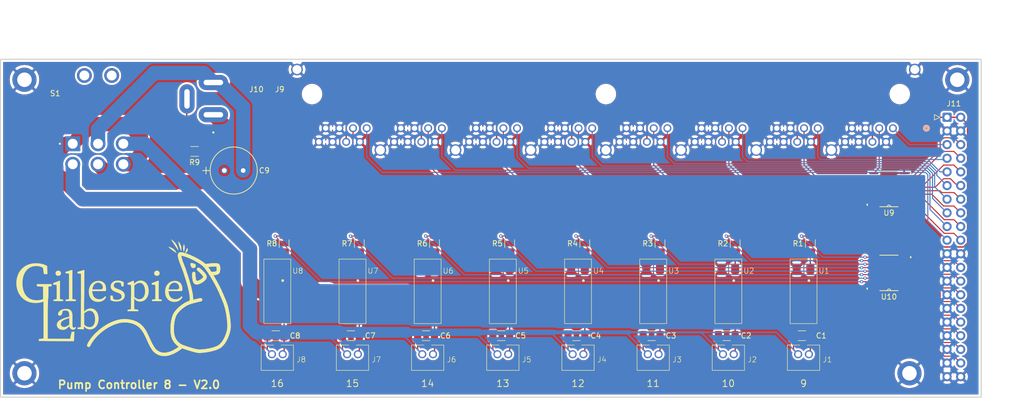
<source format=kicad_pcb>
(kicad_pcb (version 20240108) (generator "pcbnew") (generator_version "8.0")
  (layers (0 "F.Cu" signal) (31 "B.Cu" signal) (34 "B.Paste" user) (35 "F.Paste" user) (36 "B.SilkS" user "B.Silkscreen") (37 "F.SilkS" user "F.Silkscreen") (38 "B.Mask" user) (39 "F.Mask" user) (44 "Edge.Cuts" user))
  (net 0 "")
  (net 1 "Net-(J1-Gnd)")
  (net 2 "Net-(J1-V+)")
  (net 3 "Net-(J2-V+)")
  (net 4 "Net-(J3-V+)")
  (net 5 "Net-(J4-V+)")
  (net 6 "Net-(J5-V+)")
  (net 7 "Net-(J6-V+)")
  (net 8 "Net-(J7-V+)")
  (net 9 "Net-(J8-V+)")
  (net 10 "GNDS")
  (net 11 "/In2")
  (net 12 "/In3")
  (net 13 "/B1")
  (net 14 "/In7")
  (net 15 "+5V")
  (net 16 "/B8")
  (net 17 "/B6")
  (net 18 "/In4")
  (net 19 "/B3")
  (net 20 "/B4")
  (net 21 "/In5")
  (net 22 "/B2")
  (net 23 "/B5")
  (net 24 "/B7")
  (net 25 "/In6")
  (net 26 "/In1")
  (net 27 "/In8")
  (net 28 "/Out6")
  (net 29 "/Out11")
  (net 30 "/Out14")
  (net 31 "/Out16")
  (net 32 "/Out15")
  (net 33 "/Out9")
  (net 34 "/Out12")
  (net 35 "/Out10")
  (net 36 "/Out2")
  (net 37 "/Out3")
  (net 38 "/Out4")
  (net 39 "/Out8")
  (net 40 "/Out1")
  (net 41 "/Out13")
  (net 42 "/Out7")
  (net 43 "/Out5")
  (net 44 "/B9")
  (net 45 "/B10")
  (net 46 "/B11")
  (net 47 "/B12")
  (net 48 "/B13")
  (net 49 "/B14")
  (net 50 "/B15")
  (net 51 "/B16")
  (net 52 "Net-(J10-PadB)")
  (net 53 "Net-(R1-Pad2)")
  (net 54 "Net-(R2-Pad2)")
  (net 55 "Net-(R3-Pad2)")
  (net 56 "Net-(R4-Pad2)")
  (net 57 "Net-(R5-Pad2)")
  (net 58 "Net-(R6-Pad2)")
  (net 59 "Net-(R7-Pad2)")
  (net 60 "Net-(R8-Pad2)")
  (net 61 "Net-(C9-Pad1)")
  (net 62 "Net-(C9-Pad2)")
  (net 63 "Net-(S1-Pad1)")
  (footprint "Uploaded:JST-PH 2-Pin Vertical" (layer "F.Cu") (at 142.875 112.395)
    (property "Reference" "J7")
    (property "Value" "JST-PH 2-Pin Socket" (hide yes))
  )
  (footprint "Capacitor_SMD:C_1206_3216Metric_Pad1.33x1.80mm_HandSolder" (layer "F.Cu") (at 226.4025 107.95 180)
    (property "Reference" "C1")
    (property "Value" "0.1uF" (hide yes))
  )
  (footprint "Resistor_SMD:R_1206_3216Metric" (layer "F.Cu") (at 113.538 73.66)
    (property "Reference" "R9")
    (property "Value" "10k" (hide yes))
  )
  (footprint "Uploaded:AQY211EHAX" (layer "F.Cu") (at 184.785 99.695 -90)
    (property "Reference" "U4")
    (property "Value" "AQY211EHAX" (hide yes))
  )
  (footprint "MountingHole:MountingHole_2.7mm_M2.5_ISO7380_Pad" (layer "F.Cu") (at 81.915 60.325)
    (property "Reference" "H4" (hide yes))
    (property "Value" "MountingHole_Pad" (hide yes))
  )
  (footprint "Resistor_SMD:R_1206_3216Metric" (layer "F.Cu") (at 130.175 90.805 -90)
    (property "Reference" "R8")
    (property "Value" "1k" (hide yes))
  )
  (footprint "Uploaded:ECU_Header_Pins" (layer "F.Cu") (at 254.555 91.555 -90)
    (property "Reference" "J11")
    (property "Value" "~")
  )
  (footprint "Capacitor_SMD:C_1206_3216Metric_Pad1.33x1.80mm_HandSolder" (layer "F.Cu") (at 170.5225 107.95 180)
    (property "Reference" "C5")
    (property "Value" "0.1uF" (hide yes))
  )
  (footprint "Capacitor_SMD:C_1206_3216Metric_Pad1.33x1.80mm_HandSolder" (layer "F.Cu") (at 142.5825 107.95 180)
    (property "Reference" "C7")
    (property "Value" "0.1uF" (hide yes))
  )
  (footprint "MountingHole:MountingHole_2.7mm_M2.5_ISO7380_Pad" (layer "F.Cu") (at 255.27 60.325)
    (property "Reference" "H1" (hide yes))
    (property "Value" "MountingHole_Pad" (hide yes))
  )
  (footprint "Uploaded:JST-PH 2-Pin Vertical" (layer "F.Cu") (at 170.815 112.395)
    (property "Reference" "J5")
    (property "Value" "JST-PH 2-Pin Socket" (hide yes))
  )
  (footprint "Capacitor_SMD:C_1206_3216Metric_Pad1.33x1.80mm_HandSolder" (layer "F.Cu") (at 184.4925 107.95 180)
    (property "Reference" "C4")
    (property "Value" "0.1uF" (hide yes))
  )
  (footprint "Resistor_SMD:R_1206_3216Metric" (layer "F.Cu") (at 186.055 90.805 -90)
    (property "Reference" "R4")
    (property "Value" "1k" (hide yes))
  )
  (footprint "Uploaded:JST-PH 2-Pin Vertical" (layer "F.Cu") (at 128.905 112.395)
    (property "Reference" "J8")
    (property "Value" "JST-PH 2-Pin Socket" (hide yes))
  )
  (footprint "Uploaded:JST-PH 2-Pin Vertical" (layer "F.Cu") (at 198.755 112.395)
    (property "Reference" "J3")
    (property "Value" "JST-PH 2-Pin Socket" (hide yes))
  )
  (footprint "Uploaded:AQY211EHAX" (layer "F.Cu") (at 198.755 99.695 -90)
    (property "Reference" "U3")
    (property "Value" "AQY211EHAX" (hide yes))
  )
  (footprint "Capacitor_SMD:C_1206_3216Metric_Pad1.33x1.80mm_HandSolder" (layer "F.Cu") (at 156.5525 107.95 180)
    (property "Reference" "C6")
    (property "Value" "0.1uF" (hide yes))
  )
  (footprint "Uploaded:AQY211EHAX" (layer "F.Cu") (at 128.905 99.695 -90)
    (property "Reference" "U8")
    (property "Value" "AQY211EHAX" (hide yes))
  )
  (footprint "Uploaded:CAP_YX_8X11P5_RUB" (layer "F.Cu") (at 119.05875 77.216)
    (property "Reference" "C9")
    (property "Value" "50ZLH100MEFC8X11.5" (hide yes))
  )
  (footprint "Uploaded:JST-PH 2-Pin Vertical" (layer "F.Cu") (at 212.725 112.395)
    (property "Reference" "J2")
    (property "Value" "JST-PH 2-Pin Socket" (hide yes))
  )
  (footprint "Resistor_SMD:R_1206_3216Metric" (layer "F.Cu") (at 172.085 90.805 -90)
    (property "Reference" "R5")
    (property "Value" "1k" (hide yes))
  )
  (footprint "Uploaded:JST-PH 2-Pin Vertical" (layer "F.Cu") (at 156.845 112.395)
    (property "Reference" "J6")
    (property "Value" "JST-PH 2-Pin Socket" (hide yes))
  )
  (footprint "Uploaded:163179PHEX" (layer "F.Cu") (at 115.655 61.685 -90)
    (property "Reference" "J10")
    (property "Value" "163-179PH-EX" (hide yes))
  )
  (footprint "MountingHole:MountingHole_2.7mm_M2.5_ISO7380_Pad" (layer "F.Cu") (at 81.915 114.935)
    (property "Reference" "H3" (hide yes))
    (property "Value" "MountingHole_Pad" (hide yes))
  )
  (footprint "Uploaded:AQY211EHAX" (layer "F.Cu") (at 212.725 99.695 -90)
    (property "Reference" "U2")
    (property "Value" "AQY211EHAX" (hide yes))
  )
  (footprint "Capacitor_SMD:C_1206_3216Metric_Pad1.33x1.80mm_HandSolder" (layer "F.Cu") (at 198.4625 107.95 180)
    (property "Reference" "C3")
    (property "Value" "0.1uF" (hide yes))
  )
  (footprint "Resistor_SMD:R_1206_3216Metric" (layer "F.Cu") (at 144.145 90.805 -90)
    (property "Reference" "R7")
    (property "Value" "1k" (hide yes))
  )
  (footprint "MountingHole:MountingHole_2.7mm_M2.5_ISO7380_Pad" (layer "F.Cu") (at 246.38 114.935)
    (property "Reference" "H2" (hide yes))
    (property "Value" "MountingHole_Pad" (hide yes))
  )
  (footprint "Uploaded:AQY211EHAX" (layer "F.Cu") (at 170.815 99.695 -90)
    (property "Reference" "U5")
    (property "Value" "AQY211EHAX" (hide yes))
  )
  (footprint "Uploaded:SW_100DP1T2B4M6QE" (layer "F.Cu") (at 95.5875 74.13625)
    (property "Reference" "S1")
    (property "Value" "100DP1T2B4M6QE" (hide yes))
  )
  (footprint "Uploaded:AQY211EHAX" (layer "F.Cu") (at 226.695 99.695 -90)
    (property "Reference" "U1")
    (property "Value" "AQY211EHAX" (hide yes))
  )
  (footprint "Resistor_SMD:R_1206_3216Metric" (layer "F.Cu") (at 213.995 90.805 -90)
    (property "Reference" "R2")
    (property "Value" "1k" (hide yes))
  )
  (footprint "Uploaded:SN74ABT541BPW" (layer "F.Cu") (at 242.57 96.266 180)
    (property "Reference" "U10")
    (property "Value" "SN74ABT541BPW" (hide yes))
  )
  (footprint "Logos:GL_Logo_1" (layer "F.Cu") (at 99.166979 100.965)
    (property "Reference" "REF**" (hide yes))
    (property "Value" "GL_Logo_1" (hide yes))
  )
  (footprint "Uploaded:AQY211EHAX" (layer "F.Cu") (at 156.845 99.695 -90)
    (property "Reference" "U6")
    (property "Value" "AQY211EHAX" (hide yes))
  )
  (footprint "Uploaded:AQY211EHAX" (layer "F.Cu") (at 142.875 99.695 -90)
    (property "Reference" "U7")
    (property "Value" "AQY211EHAX" (hide yes))
  )
  (footprint "Uploaded:JST-PH 2-Pin Vertical" (layer "F.Cu") (at 226.695 112.395)
    (property "Reference" "J1")
    (property "Value" "JST-PH 2-Pin Socket" (hide yes))
  )
  (footprint "Capacitor_SMD:C_1206_3216Metric_Pad1.33x1.80mm_HandSolder" (layer "F.Cu") (at 212.4325 107.95 180)
    (property "Reference" "C2")
    (property "Value" "0.1uF" (hide yes))
  )
  (footprint "Uploaded:JST-PH 2-Pin Vertical" (layer "F.Cu") (at 184.785 112.395)
    (property "Reference" "J4")
    (property "Value" "JST-PH 2-Pin Socket" (hide yes))
  )
  (footprint "Resistor_SMD:R_1206_3216Metric" (layer "F.Cu") (at 158.115 90.805 -90)
    (property "Reference" "R6")
    (property "Value" "1k" (hide yes))
  )
  (footprint "Capacitor_SMD:C_1206_3216Metric_Pad1.33x1.80mm_HandSolder" (layer "F.Cu") (at 128.6125 107.95 180)
    (property "Reference" "C8")
    (property "Value" "0.1uF" (hide yes))
  )
  (footprint "Resistor_SMD:R_1206_3216Metric" (layer "F.Cu") (at 227.965 90.805 -90)
    (property "Reference" "R1")
    (property "Value" "1k" (hide yes))
  )
  (footprint "Uploaded:SN74ABT541BPW" (layer "F.Cu") (at 242.57 80.645 180)
    (property "Reference" "U9")
    (property "Value" "SN74ABT541BPW" (hide yes))
  )
  (footprint "Uploaded:CONN_43223-8182_MOL" (layer "F.Cu") (at 243.3066 69.342 180)
    (property "Reference" "J9")
    (property "Value" "~" (hide yes))
  )
  (footprint "Resistor_SMD:R_1206_3216Metric" (layer "F.Cu") (at 200.025 90.805 -90)
    (property "Reference" "R3")
    (property "Value" "1k" (hide yes))
  )
  (gr_rect (start 77.47 56.515) (end 259.715 119.38) (stroke (width 0.2)) (fill none) (layer "Edge.Cuts"))
  (gr_text "9" (at 226.695 116.84 0) (layer "F.SilkS") (effects (font (size 1.27 1.27) (thickness 0.1524))))
  (gr_text "13" (at 170.815 116.84 0) (layer "F.SilkS") (effects (font (size 1.27 1.27) (thickness 0.1524))))
  (gr_text "10" (at 212.725 116.84 0) (layer "F.SilkS") (effects (font (size 1.27 1.27) (thickness 0.1524))))
  (gr_text "14" (at 156.845 116.84 0) (layer "F.SilkS") (effects (font (size 1.27 1.27) (thickness 0.1524))))
  (gr_text "12" (at 184.785 116.84 0) (layer "F.SilkS") (effects (font (size 1.27 1.27) (thickness 0.1524))))
  (gr_text "11" (at 198.755 116.84 0) (layer "F.SilkS") (effects (font (size 1.27 1.27) (thickness 0.1524))))
  (gr_text "15" (at 142.875 116.84 0) (layer "F.SilkS") (effects (font (size 1.27 1.27) (thickness 0.1524))))
  (gr_text "16" (at 128.905 116.84 0) (layer "F.SilkS") (effects (font (size 1.27 1.27) (thickness 0.1524))))
  (gr_text_box "Pump Controller 8 - V2.0" (start 77.47 115.062) (end 128.905 119.38) (layer "F.SilkS") (effects (font (size 1.5 1.5) (thickness 0.3) (bold yes)) (justify top)) (border no))
  (segment (start 210.87 110.54) (end 211.725 111.395) (width 0.254) (layer "F.Cu") (net 1))
  (segment (start 182.93 107.95) (end 182.93 110.54) (width 0.254) (layer "F.Cu") (net 1))
  (segment (start 127.05 107.95) (end 127.05 110.54) (width 0.254) (layer "F.Cu") (net 1))
  (segment (start 224.84 110.54) (end 225.695 111.395) (width 0.254) (layer "F.Cu") (net 1))
  (segment (start 141.02 110.54) (end 141.875 111.395) (width 0.254) (layer "F.Cu") (net 1))
  (segment (start 196.9 107.95) (end 196.9 110.54) (width 0.254) (layer "F.Cu") (net 1))
  (segment (start 154.99 110.54) (end 155.845 111.395) (width 0.254) (layer "F.Cu") (net 1))
  (segment (start 210.87 107.95) (end 210.87 110.54) (width 0.254) (layer "F.Cu") (net 1))
  (segment (start 182.93 110.54) (end 183.785 111.395) (width 0.254) (layer "F.Cu") (net 1))
  (segment (start 154.99 107.95) (end 154.99 110.54) (width 0.254) (layer "F.Cu") (net 1))
  (segment (start 141.02 107.95) (end 141.02 110.54) (width 0.254) (layer "F.Cu") (net 1))
  (segment (start 127.05 110.54) (end 127.905 111.395) (width 0.254) (layer "F.Cu") (net 1))
  (segment (start 168.96 110.54) (end 169.815 111.395) (width 0.254) (layer "F.Cu") (net 1))
  (segment (start 196.9 110.54) (end 197.755 111.395) (width 0.254) (layer "F.Cu") (net 1))
  (segment (start 224.84 107.95) (end 224.84 110.54) (width 0.254) (layer "F.Cu") (net 1))
  (segment (start 168.96 107.95) (end 168.96 110.54) (width 0.254) (layer "F.Cu") (net 1))
  (segment (start 114.554 82.55) (end 123.825 91.821) (width 2.667) (layer "B.Cu") (net 1))
  (segment (start 211.725 111.395) (end 207.645 107.315) (width 0.254) (layer "B.Cu") (net 1))
  (segment (start 194.31 107.315) (end 180.34 107.315) (width 0.762) (layer "B.Cu") (net 1))
  (segment (start 221.615 107.315) (end 225.695 111.395) (width 0.254) (layer "B.Cu") (net 1))
  (segment (start 166.37 107.315) (end 153.035 107.315) (width 1.397) (layer "B.Cu") (net 1))
  (segment (start 180.34 107.315) (end 166.37 107.315) (width 1.016) (layer "B.Cu") (net 1))
  (segment (start 104.23525 72.23125) (end 100.2875 72.23125) (width 2.667) (layer "B.Cu") (net 1))
  (segment (start 141.875 111.395) (end 137.795 107.315) (width 0.254) (layer "B.Cu") (net 1))
  (segment (start 155.845 111.395) (end 151.765 107.315) (width 0.254) (layer "B.Cu") (net 1))
  (segment (start 194.31 107.315) (end 208.28 107.315) (width 0.381) (layer "B.Cu") (net 1))
  (segment (start 90.8875 76.04125) (end 90.8875 80.7275) (width 2.667) (layer "B.Cu") (net 1))
  (segment (start 114.43775 82.55) (end 114.43775 82.43375) (width 2.667) (layer "B.Cu") (net 1))
  (segment (start 139.7 107.315) (end 140.335 107.315) (width 1.778) (layer "B.Cu") (net 1))
  (segment (start 123.825 106.045) (end 125.095 107.315) (width 2.667) (layer "B.Cu") (net 1))
  (segment (start 125.095 107.315) (end 140.335 107.315) (width 2.667) (layer "B.Cu") (net 1))
  (segment (start 90.8875 80.7275) (end 92.71 82.55) (width 2.667) (layer "B.Cu") (net 1))
  (segment (start 197.755 111.395) (end 193.675 107.315) (width 0.254) (layer "B.Cu") (net 1))
  (segment (start 153.035 107.315) (end 139.7 107.315) (width 2.032) (layer "B.Cu") (net 1))
  (segment (start 127.905 111.395) (end 125.095 108.585) (width 0.254) (layer "B.Cu") (net 1))
  (segment (start 114.43775 82.43375) (end 104.23525 72.23125) (width 2.667) (layer "B.Cu") (net 1))
  (segment (start 123.825 91.821) (end 123.825 106.045) (width 2.667) (layer "B.Cu") (net 1))
  (segment (start 92.71 82.55) (end 114.43775 82.55) (width 2.667) (layer "B.Cu") (net 1))
  (segment (start 169.815 111.395) (end 165.735 107.315) (width 0.254) (layer "B.Cu") (net 1))
  (segment (start 183.785 111.395) (end 179.705 107.315) (width 0.254) (layer "B.Cu") (net 1))
  (segment (start 208.28 107.315) (end 221.615 107.315) (width 0.254) (layer "B.Cu") (net 1))
  (segment (start 227.965 107.95) (end 227.965 103.845) (width 0.254) (layer "F.Cu") (net 2))
  (segment (start 227.965 111.125) (end 227.965 107.95) (width 0.254) (layer "F.Cu") (net 2))
  (segment (start 213.995 103.845) (end 213.995 111.125) (width 0.254) (layer "F.Cu") (net 3))
  (segment (start 200.025 103.845) (end 200.025 111.125) (width 0.254) (layer "F.Cu") (net 4))
  (segment (start 186.055 103.845) (end 186.055 111.125) (width 0.254) (layer "F.Cu") (net 5))
  (segment (start 172.085 103.845) (end 172.085 111.125) (width 0.254) (layer "F.Cu") (net 6))
  (segment (start 158.115 103.845) (end 158.115 111.125) (width 0.254) (layer "F.Cu") (net 7))
  (segment (start 144.145 103.845) (end 144.145 111.125) (width 0.254) (layer "F.Cu") (net 8))
  (segment (start 130.175 103.845) (end 130.175 111.125) (width 0.254) (layer "F.Cu") (net 9))
  (segment (start 229.3366 74.6506) (end 229.3366 69.342) (width 0.2) (layer "B.Cu") (net 11))
  (segment (start 229.851 75.165) (end 229.3366 74.6506) (width 0.2) (layer "B.Cu") (net 11))
  (segment (start 253.13 75.165) (end 229.851 75.165) (width 0.2) (layer "B.Cu") (net 11))
  (segment (start 250.19 75.565) (end 216.281 75.565) (width 0.2) (layer "B.Cu") (net 12))
  (segment (start 216.281 75.565) (end 215.3666 74.6506) (width 0.2) (layer "B.Cu") (net 12))
  (segment (start 253.365 77.47) (end 252.095 77.47) (width 0.2) (layer "B.Cu") (net 12))
  (segment (start 215.3666 74.6506) (end 215.3666 69.342) (width 0.2) (layer "B.Cu") (net 12))
  (segment (start 252.095 77.47) (end 250.19 75.565) (width 0.2) (layer "B.Cu") (net 12))
  (segment (start 240.7666 76.704) (end 240.7666 69.342) (width 0.2) (layer "F.Cu") (net 13))
  (segment (start 239.7506 77.72) (end 240.7666 76.704) (width 0.2) (layer "F.Cu") (net 13))
  (segment (start 162.001 77.165) (end 159.4866 74.6506) (width 0.2) (layer "B.Cu") (net 14))
  (segment (start 249.527256 77.165) (end 162.001 77.165) (width 0.2) (layer "B.Cu") (net 14))
  (segment (start 253.365 87.63) (end 250.19 84.455) (width 0.2) (layer "B.Cu") (net 14))
  (segment (start 250.19 77.827744) (end 249.527256 77.165) (width 0.2) (layer "B.Cu") (net 14))
  (segment (start 159.4866 74.6506) (end 159.4866 69.342) (width 0.2) (layer "B.Cu") (net 14))
  (segment (start 250.19 84.455) (end 250.19 77.827744) (width 0.2) (layer "B.Cu") (net 14))
  (segment (start 212.725 67.31) (end 198.755 67.31) (width 0.254) (layer "F.Cu") (net 15))
  (segment (start 198.755 67.31) (end 184.785 67.31) (width 0.254) (layer "F.Cu") (net 15))
  (segment (start 155.6766 71.882) (end 155.6766 68.4784) (width 0.254) (layer "F.Cu") (net 15))
  (segment (start 255.905 67.31) (end 257.175 68.58) (width 0.254) (layer "F.Cu") (net 15))
  (segment (start 155.6766 68.4784) (end 156.845 67.31) (width 0.254) (layer "F.Cu") (net 15))
  (segment (start 183.6166 71.882) (end 183.6166 68.4784) (width 0.254) (layer "F.Cu") (net 15))
  (segment (start 170.815 67.31) (end 156.845 67.31) (width 0.254) (layer "F.Cu") (net 15))
  (segment (start 169.6466 71.882) (end 169.6466 68.4784) (width 0.254) (layer "F.Cu") (net 15))
  (segment (start 197.5866 68.4784) (end 198.755 67.31) (width 0.254) (layer "F.Cu") (net 15))
  (segment (start 242.57 98.171) (end 241.550002 99.190998) (width 0.254) (layer "F.Cu") (net 15))
  (segment (start 239.4966 68.4784) (end 240.665 67.31) (width 0.254) (layer "F.Cu") (net 15))
  (segment (start 253.365 67.31) (end 240.665 67.31) (width 0.254) (layer "F.Cu") (net 15))
  (segment (start 241.550002 99.190998) (end 239.7506 99.190998) (width 0.254) (layer "F.Cu") (net 15))
  (segment (start 242.57 92.71) (end 242.57 98.171) (width 0.254) (layer "F.Cu") (net 15))
  (segment (start 225.5266 68.4784) (end 226.695 67.31) (width 0.254) (layer "F.Cu") (net 15))
  (segment (start 243.84 91.44) (end 242.57 90.17) (width 0.254) (layer "F.Cu") (net 15))
  (segment (start 211.5566 68.4784) (end 212.725 67.31) (width 0.254) (layer "F.Cu") (net 15))
  (segment (start 242.57 90.17) (end 242.57 84.589996) (width 0.254) (layer "F.Cu") (net 15))
  (segment (start 257.175 90.678) (end 256.413 91.44) (width 0.254) (layer "F.Cu") (net 15))
  (segment (start 241.550002 83.569998) (end 239.7506 83.569998) (width 0.254) (layer "F.Cu") (net 15))
  (segment (start 242.57 84.589996) (end 241.550002 83.569998) (width 0.254) (layer "F.Cu") (net 15))
  (segment (start 255.905 67.31) (end 253.365 67.31) (width 0.254) (layer "F.Cu") (net 15))
  (segment (start 169.6466 68.4784) (end 170.815 67.31) (width 0.254) (layer "F.Cu") (net 15))
  (segment (start 226.695 67.31) (end 212.725 67.31) (width 0.254) (layer "F.Cu") (net 15))
  (segment (start 256.413 91.44) (end 243.84 91.44) (width 0.254) (layer "F.Cu") (net 15))
  (segment (start 141.7066 68.4784) (end 141.7066 71.882) (width 0.254) (layer "F.Cu") (net 15))
  (segment (start 156.845 67.31) (end 142.875 67.31) (width 0.254) (layer "F.Cu") (net 15))
  (segment (start 183.6166 68.4784) (end 184.785 67.31) (width 0.254) (layer "F.Cu") (net 15))
  (segment (start 142.875 67.31) (end 141.7066 68.4784) (width 0.254) (layer "F.Cu") (net 15))
  (segment (start 184.785 67.31) (end 170.815 67.31) (width 0.254) (layer "F.Cu") (net 15))
  (segment (start 240.665 67.31) (end 226.695 67.31) (width 0.254) (layer "F.Cu") (net 15))
  (segment (start 225.5266 71.882) (end 225.5266 68.4784) (width 0.254) (layer "F.Cu") (net 15))
  (segment (start 239.4966 71.882) (end 239.4966 68.4784) (width 0.254) (layer "F.Cu") (net 15))
  (segment (start 257.175 68.58) (end 257.175 90.678) (width 0.254) (layer "F.Cu") (net 15))
  (segment (start 197.5866 71.882) (end 197.5866 68.4784) (width 0.254) (layer "F.Cu") (net 15))
  (segment (start 211.5566 71.882) (end 211.5566 68.4784) (width 0.254) (layer "F.Cu") (net 15))
  (segment (start 243.84 91.44) (end 242.57 92.71) (width 0.254) (layer "F.Cu") (net 15))
  (segment (start 149.071998 82.269998) (end 142.9766 76.1746) (width 0.2) (layer "F.Cu") (net 16))
  (segment (start 142.9766 76.1746) (end 142.9766 69.342) (width 0.2) (layer "F.Cu") (net 16))
  (segment (start 239.7506 82.269998) (end 149.071998 82.269998) (width 0.2) (layer "F.Cu") (net 16))
  (segment (start 170.9166 76.1746) (end 170.9166 69.342) (width 0.2) (layer "F.Cu") (net 17))
  (segment (start 239.7506 80.969998) (end 175.711998 80.969998) (width 0.2) (layer "F.Cu") (net 17))
  (segment (start 175.711998 80.969998) (end 170.9166 76.1746) (width 0.2) (layer "F.Cu") (net 17))
  (segment (start 253.365 80.01) (end 251.46 78.105) (width 0.2) (layer "B.Cu") (net 18))
  (segment (start 251.46 78.105) (end 251.46 77.400686) (width 0.2) (layer "B.Cu") (net 18))
  (segment (start 202.711 75.965) (end 201.3966 74.6506) (width 0.2) (layer "B.Cu") (net 18))
  (segment (start 251.46 77.400686) (end 250.024314 75.965) (width 0.2) (layer "B.Cu") (net 18))
  (segment (start 201.3966 74.6506) (end 201.3966 69.342) (width 0.2) (layer "B.Cu") (net 18))
  (segment (start 250.024314 75.965) (end 202.711 75.965) (width 0.2) (layer "B.Cu") (net 18))
  (segment (start 212.8266 76.1746) (end 212.8266 69.342) (width 0.2) (layer "F.Cu") (net 19))
  (segment (start 215.671999 79.019999) (end 212.8266 76.1746) (width 0.2) (layer "F.Cu") (net 19))
  (segment (start 239.7506 79.019999) (end 215.671999 79.019999) (width 0.2) (layer "F.Cu") (net 19))
  (segment (start 239.7506 79.669998) (end 202.351998 79.669998) (width 0.2) (layer "F.Cu") (net 20))
  (segment (start 198.8566 76.1746) (end 198.8566 69.342) (width 0.2) (layer "F.Cu") (net 20))
  (segment (start 202.351998 79.669998) (end 198.8566 76.1746) (width 0.2) (layer "F.Cu") (net 20))
  (segment (start 187.4266 74.617974) (end 187.4266 69.342) (width 0.2) (layer "B.Cu") (net 21))
  (segment (start 251.06 77.566372) (end 249.858628 76.365) (width 0.2) (layer "B.Cu") (net 21))
  (segment (start 251.06 80.245) (end 251.06 77.566372) (width 0.2) (layer "B.Cu") (net 21))
  (segment (start 249.858628 76.365) (end 189.173626 76.365) (width 0.2) (layer "B.Cu") (net 21))
  (segment (start 253.365 82.55) (end 251.06 80.245) (width 0.2) (layer "B.Cu") (net 21))
  (segment (start 189.173626 76.365) (end 187.4266 74.617974) (width 0.2) (layer "B.Cu") (net 21))
  (segment (start 228.991998 78.369998) (end 226.7966 76.1746) (width 0.2) (layer "F.Cu") (net 22))
  (segment (start 239.7506 78.369998) (end 228.991998 78.369998) (width 0.2) (layer "F.Cu") (net 22))
  (segment (start 226.7966 76.1746) (end 226.7966 69.342) (width 0.2) (layer "F.Cu") (net 22))
  (segment (start 239.7506 80.319999) (end 189.031999 80.319999) (width 0.2) (layer "F.Cu") (net 23))
  (segment (start 184.8866 76.1746) (end 184.8866 69.342) (width 0.2) (layer "F.Cu") (net 23))
  (segment (start 189.031999 80.319999) (end 184.8866 76.1746) (width 0.2) (layer "F.Cu") (net 23))
  (segment (start 156.9466 76.1746) (end 156.9466 69.342) (width 0.2) (layer "F.Cu") (net 24))
  (segment (start 239.7506 81.619999) (end 162.391999 81.619999) (width 0.2) (layer "F.Cu") (net 24))
  (segment (start 162.391999 81.619999) (end 156.9466 76.1746) (width 0.2) (layer "F.Cu") (net 24))
  (segment (start 253.365 85.09) (end 250.66 82.385) (width 0.2) (layer "B.Cu") (net 25))
  (segment (start 250.66 82.385) (end 250.66 77.732058) (width 0.2) (layer "B.Cu") (net 25))
  (segment (start 250.66 77.732058) (end 249.692942 76.765) (width 0.2) (layer "B.Cu") (net 25))
  (segment (start 175.571 76.765) (end 173.4566 74.6506) (width 0.2) (layer "B.Cu") (net 25))
  (segment (start 249.692942 76.765) (end 175.571 76.765) (width 0.2) (layer "B.Cu") (net 25))
  (segment (start 173.4566 74.6506) (end 173.4566 69.342) (width 0.2) (layer "B.Cu") (net 25))
  (segment (start 246.3546 72.39) (end 243.3066 69.342) (width 0.2) (layer "B.Cu") (net 26))
  (segment (start 253.365 72.39) (end 246.3546 72.39) (width 0.2) (layer "B.Cu") (net 26))
  (segment (start 148.431 77.565) (end 145.5166 74.6506) (width 0.2) (layer "B.Cu") (net 27))
  (segment (start 249.36157 77.565) (end 148.431 77.565) (width 0.2) (layer "B.Cu") (net 27))
  (segment (start 145.5166 74.6506) (end 145.5166 69.342) (width 0.2) (layer "B.Cu") (net 27))
  (segment (start 249.79 86.595) (end 249.79 77.99343) (width 0.2) (layer "B.Cu") (net 27))
  (segment (start 253.365 90.17) (end 249.79 86.595) (width 0.2) (layer "B.Cu") (net 27))
  (segment (start 249.79 77.99343) (end 249.36157 77.565) (width 0.2) (layer "B.Cu") (net 27))
  (segment (start 250.529999 81.619999) (end 245.3894 81.619999) (width 0.2) (layer "F.Cu") (net 28))
  (segment (start 252.73 83.82) (end 250.529999 81.619999) (width 0.2) (layer "F.Cu") (net 28))
  (segment (start 254.635 83.82) (end 252.73 83.82) (width 0.2) (layer "F.Cu") (net 28))
  (segment (start 255.905 85.09) (end 254.635 83.82) (width 0.2) (layer "F.Cu") (net 28))
  (segment (start 252.71 99.06) (end 248.941001 95.291001) (width 0.2) (layer "F.Cu") (net 29))
  (segment (start 248.941001 95.291001) (end 245.3894 95.291001) (width 0.2) (layer "F.Cu") (net 29))
  (segment (start 255.905 100.33) (end 254.635 99.06) (width 0.2) (layer "F.Cu") (net 29))
  (segment (start 254.635 99.06) (end 252.71 99.06) (width 0.2) (layer "F.Cu") (net 29))
  (segment (start 250.825 99.125) (end 248.940999 97.240999) (width 0.2) (layer "F.Cu") (net 30))
  (segment (start 250.825 104.775) (end 250.825 99.125) (width 0.2) (layer "F.Cu") (net 30))
  (segment (start 255.905 107.95) (end 254.635 106.68) (width 0.2) (layer "F.Cu") (net 30))
  (segment (start 252.73 106.68) (end 250.825 104.775) (width 0.2) (layer "F.Cu") (net 30))
  (segment (start 254.635 106.68) (end 252.73 106.68) (width 0.2) (layer "F.Cu") (net 30))
  (segment (start 248.940999 97.240999) (end 245.3894 97.240999) (width 0.2) (layer "F.Cu") (net 30))
  (segment (start 248.940399 98.540999) (end 245.3894 98.540999) (width 0.2) (layer "F.Cu") (net 31))
  (segment (start 255.905 113.03) (end 254.635 111.76) (width 0.2) (layer "F.Cu") (net 31))
  (segment (start 254.635 111.76) (end 252.869327 111.76) (width 0.2) (layer "F.Cu") (net 31))
  (segment (start 252.869327 111.76) (end 249.555 108.445673) (width 0.2) (layer "F.Cu") (net 31))
  (segment (start 249.555 108.445673) (end 249.555 99.1556) (width 0.2) (layer "F.Cu") (net 31))
  (segment (start 249.555 99.1556) (end 248.940399 98.540999) (width 0.2) (layer "F.Cu") (net 31))
  (segment (start 255.905 110.49) (end 254.635 109.22) (width 0.2) (layer "F.Cu") (net 32))
  (segment (start 254.635 109.22) (end 252.73 109.22) (width 0.2) (layer "F.Cu") (net 32))
  (segment (start 248.941001 97.891001) (end 245.3894 97.891001) (width 0.2) (layer "F.Cu") (net 32))
  (segment (start 250.19 99.14) (end 248.941001 97.891001) (width 0.2) (layer "F.Cu") (net 32))
  (segment (start 250.19 106.68) (end 250.19 99.14) (width 0.2) (layer "F.Cu") (net 32))
  (segment (start 252.73 109.22) (end 250.19 106.68) (width 0.2) (layer "F.Cu") (net 32))
  (segment (start 255.905 95.25) (end 254.646001 93.991001) (width 0.2) (layer "F.Cu") (net 33))
  (segment (start 254.646001 93.991001) (end 245.3894 93.991001) (width 0.2) (layer "F.Cu") (net 33))
  (segment (start 252.095 99.095) (end 248.941002 95.941002) (width 0.2) (layer "F.Cu") (net 34))
  (segment (start 248.941002 95.941002) (end 245.3894 95.941002) (width 0.2) (layer "F.Cu") (net 34))
  (segment (start 255.905 102.87) (end 254.635 101.6) (width 0.2) (layer "F.Cu") (net 34))
  (segment (start 254.635 101.6) (end 252.73 101.6) (width 0.2) (layer "F.Cu") (net 34))
  (segment (start 252.73 101.6) (end 252.095 100.965) (width 0.2) (layer "F.Cu") (net 34))
  (segment (start 252.095 100.965) (end 252.095 99.095) (width 0.2) (layer "F.Cu") (net 34))
  (segment (start 248.941002 94.641002) (end 245.3894 94.641002) (width 0.2) (layer "F.Cu") (net 35))
  (segment (start 255.905 97.79) (end 254.635 96.52) (width 0.2) (layer "F.Cu") (net 35))
  (segment (start 254.635 96.52) (end 250.82 96.52) (width 0.2) (layer "F.Cu") (net 35))
  (segment (start 250.82 96.52) (end 248.941002 94.641002) (width 0.2) (layer "F.Cu") (net 35))
  (segment (start 254.635 73.66) (end 252.603 73.66) (width 0.2) (layer "F.Cu") (net 36))
  (segment (start 255.905 74.93) (end 254.635 73.66) (width 0.2) (layer "F.Cu") (net 36))
  (segment (start 247.242998 79.020002) (end 245.3894 79.020002) (width 0.2) (layer "F.Cu") (net 36))
  (segment (start 252.603 73.66) (end 247.242998 79.020002) (width 0.2) (layer "F.Cu") (net 36))
  (segment (start 252.73 76.2) (end 249.259999 79.670001) (width 0.2) (layer "F.Cu") (net 37))
  (segment (start 254.635 76.2) (end 252.73 76.2) (width 0.2) (layer "F.Cu") (net 37))
  (segment (start 255.905 77.47) (end 254.635 76.2) (width 0.2) (layer "F.Cu") (net 37))
  (segment (start 249.259999 79.670001) (end 245.3894 79.670001) (width 0.2) (layer "F.Cu") (net 37))
  (segment (start 254 78.74) (end 252.73 78.74) (width 0.2) (layer "F.Cu") (net 38))
  (segment (start 251.149998 80.320002) (end 245.3894 80.320002) (width 0.2) (layer "F.Cu") (net 38))
  (segment (start 255.27 80.01) (end 254 78.74) (width 0.2) (layer "F.Cu") (net 38))
  (segment (start 252.73 78.74) (end 251.149998 80.320002) (width 0.2) (layer "F.Cu") (net 38))
  (segment (start 255.905 90.17) (end 254.635 88.9) (width 0.2) (layer "F.Cu") (net 39))
  (segment (start 254.635 88.9) (end 252.857 88.9) (width 0.2) (layer "F.Cu") (net 39))
  (segment (start 252.857 88.9) (end 246.876999 82.919999) (width 0.2) (layer "F.Cu") (net 39))
  (segment (start 246.876999 82.919999) (end 245.3894 82.919999) (width 0.2) (layer "F.Cu") (net 39))
  (segment (start 255.905 72.39) (end 254.635 71.12) (width 0.2) (layer "F.Cu") (net 40))
  (segment (start 254.635 71.12) (end 252.73 71.12) (width 0.2) (layer "F.Cu") (net 40))
  (segment (start 252.095 73.279) (end 247.003999 78.370001) (width 0.2) (layer "F.Cu") (net 40))
  (segment (start 252.095 71.755) (end 252.095 73.279) (width 0.2) (layer "F.Cu") (net 40))
  (segment (start 252.73 71.12) (end 252.095 71.755) (width 0.2) (layer "F.Cu") (net 40))
  (segment (start 247.003999 78.370001) (end 245.3894 78.370001) (width 0.2) (layer "F.Cu") (net 40))
  (segment (start 248.941001 96.591001) (end 245.3894 96.591001) (width 0.2) (layer "F.Cu") (net 41))
  (segment (start 254.635 104.14) (end 252.73 104.14) (width 0.2) (layer "F.Cu") (net 41))
  (segment (start 251.46 102.87) (end 251.46 99.11) (width 0.2) (layer "F.Cu") (net 41))
  (segment (start 255.905 105.41) (end 254.635 104.14) (width 0.2) (layer "F.Cu") (net 41))
  (segment (start 252.73 104.14) (end 251.46 102.87) (width 0.2) (layer "F.Cu") (net 41))
  (segment (start 251.46 99.11) (end 248.941001 96.591001) (width 0.2) (layer "F.Cu") (net 41))
  (segment (start 255.905 87.63) (end 254.635 86.36) (width 0.2) (layer "F.Cu") (net 42))
  (segment (start 248.767001 82.270001) (end 245.3894 82.270001) (width 0.2) (layer "F.Cu") (net 42))
  (segment (start 252.857 86.36) (end 248.767001 82.270001) (width 0.2) (layer "F.Cu") (net 42))
  (segment (start 254.635 86.36) (end 252.857 86.36) (width 0.2) (layer "F.Cu") (net 42))
  (segment (start 252.391941 81.322941) (end 252.039001 80.970001) (width 0.2) (layer "F.Cu") (net 43))
  (segment (start 255.905 82.55) (end 254.677941 81.322941) (width 0.2) (layer "F.Cu") (net 43))
  (segment (start 254.677941 81.322941) (end 252.391941 81.322941) (width 0.2) (layer "F.Cu") (net 43))
  (segment (start 252.039001 80.970001) (end 245.3894 80.970001) (width 0.2) (layer "F.Cu") (net 43))
  (segment (start 239.7506 93.341) (end 238.125 93.341) (width 0.2) (layer "F.Cu") (net 44))
  (segment (start 226.314 89.408) (end 227.8995 89.408) (width 0.2) (layer "F.Cu") (net 44))
  (via (at 238.125 93.341) (size 0.6) (drill 0.3) (layers "F.Cu" "B.Cu") (net 44))
  (via (at 226.314 89.408) (size 0.6) (drill 0.3) (layers "F.Cu" "B.Cu") (net 44))
  (segment (start 238.125 93.341) (end 230.247 93.341) (width 0.2) (layer "B.Cu") (net 44))
  (segment (start 230.247 93.341) (end 226.314 89.408) (width 0.2) (layer "B.Cu") (net 44))
  (segment (start 239.7506 93.990998) (end 237.49 93.990998) (width 0.2) (layer "F.Cu") (net 45))
  (segment (start 212.344 89.408) (end 213.9295 89.408) (width 0.2) (layer "F.Cu") (net 45))
  (via (at 237.49 93.990998) (size 0.6) (drill 0.3) (layers "F.Cu" "B.Cu") (net 45))
  (via (at 212.344 89.408) (size 0.6) (drill 0.3) (layers "F.Cu" "B.Cu") (net 45))
  (segment (start 216.926998 93.990998) (end 212.344 89.408) (width 0.2) (layer "B.Cu") (net 45))
  (segment (start 237.49 93.990998) (end 216.926998 93.990998) (width 0.2) (layer "B.Cu") (net 45))
  (segment (start 239.7506 94.640999) (end 238.125 94.640999) (width 0.2) (layer "F.Cu") (net 46))
  (segment (start 198.374 89.408) (end 199.9595 89.408) (width 0.2) (layer "F.Cu") (net 46))
  (via (at 238.125 94.640999) (size 0.6) (drill 0.3) (layers "F.Cu" "B.Cu") (net 46))
  (via (at 198.374 89.408) (size 0.6) (drill 0.3) (layers "F.Cu" "B.Cu") (net 46))
  (segment (start 203.606999 94.640999) (end 198.374 89.408) (width 0.2) (layer "B.Cu") (net 46))
  (segment (start 238.125 94.640999) (end 203.606999 94.640999) (width 0.2) (layer "B.Cu") (net 46))
  (segment (start 239.7506 95.290998) (end 237.49 95.290998) (width 0.2) (layer "F.Cu") (net 47))
  (segment (start 184.404 89.408) (end 185.9895 89.408) (width 0.2) (layer "F.Cu") (net 47))
  (via (at 237.49 95.290998) (size 0.6) (drill 0.3) (layers "F.Cu" "B.Cu") (net 47))
  (via (at 184.404 89.408) (size 0.6) (drill 0.3) (layers "F.Cu" "B.Cu") (net 47))
  (segment (start 237.49 95.290998) (end 190.286998 95.290998) (width 0.2) (layer "B.Cu") (net 47))
  (segment (start 190.286998 95.290998) (end 184.404 89.408) (width 0.2) (layer "B.Cu") (net 47))
  (segment (start 170.434 89.408) (end 172.0195 89.408) (width 0.2) (layer "F.Cu") (net 48))
  (segment (start 239.7506 95.940999) (end 238.125 95.940999) (width 0.2) (layer "F.Cu") (net 48))
  (via (at 238.125 95.940999) (size 0.6) (drill 0.3) (layers "F.Cu" "B.Cu") (net 48))
  (via (at 170.434 89.408) (size 0.6) (drill 0.3) (layers "F.Cu" "B.Cu") (net 48))
  (segment (start 176.966999 95.940999) (end 170.434 89.408) (width 0.2) (layer "B.Cu") (net 48))
  (segment (start 238.125 95.940999) (end 176.966999 95.940999) (width 0.2) (layer "B.Cu") (net 48))
  (segment (start 239.7506 96.590998) (end 237.49 96.590998) (width 0.2) (layer "F.Cu") (net 49))
  (segment (start 156.464 89.408) (end 158.0495 89.408) (width 0.2) (layer "F.Cu") (net 49))
  (via (at 156.464 89.408) (size 0.6) (drill 0.3) (layers "F.Cu" "B.Cu") (net 49))
  (via (at 237.49 96.590998) (size 0.6) (drill 0.3) (layers "F.Cu" "B.Cu") (net 49))
  (segment (start 163.646998 96.590998) (end 156.464 89.408) (width 0.2) (layer "B.Cu") (net 49))
  (segment (start 237.49 96.590998) (end 163.646998 96.590998) (width 0.2) (layer "B.Cu") (net 49))
  (segment (start 239.7506 97.240999) (end 238.125 97.240999) (width 0.2) (layer "F.Cu") (net 50))
  (segment (start 142.494 89.408) (end 144.0795 89.408) (width 0.2) (layer "F.Cu") (net 50))
  (via (at 142.494 89.408) (size 0.6) (drill 0.3) (layers "F.Cu" "B.Cu") (net 50))
  (via (at 238.125 97.240999) (size 0.6) (drill 0.3) (layers "F.Cu" "B.Cu") (net 50))
  (segment (start 238.125 97.240999) (end 150.326999 97.240999) (width 0.2) (layer "B.Cu") (net 50))
  (segment (start 150.326999 97.240999) (end 142.494 89.408) (width 0.2) (layer "B.Cu") (net 50))
  (segment (start 128.524 89.408) (end 130.1095 89.408) (width 0.2) (layer "F.Cu") (net 51))
  (segment (start 239.7506 97.890998) (end 237.49 97.890998) (width 0.2) (layer "F.Cu") (net 51))
  (via (at 237.49 97.890998) (size 0.6) (drill 0.3) (layers "F.Cu" "B.Cu") (net 51))
  (via (at 128.524 89.408) (size 0.6) (drill 0.3) (layers "F.Cu" "B.Cu") (net 51))
  (segment (start 137.006998 97.890998) (end 128.524 89.408) (width 0.2) (layer "B.Cu") (net 51))
  (segment (start 237.49 97.890998) (end 137.006998 97.890998) (width 0.2) (layer "B.Cu") (net 51))
  (segment (start 112.0755 73.66) (end 112.0755 65.0725) (width 0.254) (layer "F.Cu") (net 52))
  (segment (start 227.965 95.545) (end 227.965 92.202) (width 0.254) (layer "F.Cu") (net 53))
  (segment (start 213.995 95.545) (end 213.995 92.2675) (width 0.254) (layer "F.Cu") (net 54))
  (segment (start 200.025 95.545) (end 200.025 92.2675) (width 0.254) (layer "F.Cu") (net 55))
  (segment (start 186.055 95.545) (end 186.055 92.2675) (width 0.254) (layer "F.Cu") (net 56))
  (segment (start 172.085 95.545) (end 172.085 92.2675) (width 0.254) (layer "F.Cu") (net 57))
  (segment (start 158.115 95.545) (end 158.115 92.2675) (width 0.254) (layer "F.Cu") (net 58))
  (segment (start 144.145 95.545) (end 144.145 92.2675) (width 0.254) (layer "F.Cu") (net 59))
  (segment (start 130.175 95.545) (end 130.175 92.2675) (width 0.254) (layer "F.Cu") (net 60))
  (segment (start 115.0005 73.66) (end 118.5565 77.216) (width 0.254) (layer "F.Cu") (net 61))
  (segment (start 119.05875 68.87375) (end 117.02 66.835) (width 2.667) (layer "F.Cu") (net 61))
  (segment (start 95.5875 76.04125) (end 98.92125 79.375) (width 2.667) (layer "F.Cu") (net 61))
  (segment (start 119.05875 77.216) (end 119.05875 68.87375) (width 2.667) (layer "F.Cu") (net 61))
  (segment (start 98.92125 79.375) (end 116.89975 79.375) (width 2.667) (layer "F.Cu") (net 61))
  (segment (start 116.89975 79.375) (end 119.05875 77.216) (width 2.667) (layer "F.Cu") (net 61))
  (segment (start 122.558751 65.408751) (end 122.558751 77.216) (width 2.667) (layer "B.Cu") (net 62))
  (segment (start 95.5875 69.5125) (end 95.5875 72.23125) (width 2.667) (layer "B.Cu") (net 62))
  (segment (start 117.985 60.835) (end 122.558751 65.408751) (width 2.667) (layer "B.Cu") (net 62))
  (segment (start 115.24 59.055) (end 106.045 59.055) (width 2.667) (layer "B.Cu") (net 62))
  (segment (start 106.045 59.055) (end 95.5875 69.5125) (width 2.667) (layer "B.Cu") (net 62))
  (segment (start 117.02 60.835) (end 115.24 59.055) (width 2.667) (layer "B.Cu") (net 62))
  (segment (start 101.183584 68.58) (end 94.53875 68.58) (width 2.667) (layer "F.Cu") (net 63))
  (segment (start 87.63 74.295) (end 87.63 77.47) (width 2.667) (layer "F.Cu") (net 63))
  (segment (start 123.825 97.79) (end 125.73 99.695) (width 2.667) (layer "F.Cu") (net 63))
  (segment (start 138.43 99.695) (end 153.035 99.695) (width 2.032) (layer "F.Cu") (net 63))
  (segment (start 180 100.035) (end 179.705 100.035) (width 0.2) (layer "F.Cu") (net 63))
  (segment (start 155.575 103.845) (end 151.765 100.035) (width 0.254) (layer "F.Cu") (net 63))
  (segment (start 127.635 101.6) (end 125.73 99.695) (width 0.254) (layer "F.Cu") (net 63))
  (segment (start 180.34 99.695) (end 180 100.035) (width 0.2) (layer "F.Cu") (net 63))
  (segment (start 153.035 99.695) (end 166.37 99.695) (width 1.397) (layer "F.Cu") (net 63))
  (segment (start 125.73 99.695) (end 138.43 99.695) (width 2.667) (layer "F.Cu") (net 63))
  (segment (start 114.495875 82.491875) (end 123.825 91.821) (width 2.667) (layer "F.Cu") (net 63))
  (segment (start 103.505 70.901416) (end 101.183584 68.58) (width 2.667) (layer "F.Cu") (net 63))
  (segment (start 103.505 74.295) (end 103.505 70.901416) (width 2.667) (layer "F.Cu") (net 63))
  (segment (start 123.825 91.821) (end 123.825 97.79) (width 2.667) (layer "F.Cu") (net 63))
  (segment (start 169.545 103.845) (end 165.735 100.035) (width 0.254) (layer "F.Cu") (net 63))
  (segment (start 89.69375 72.23125) (end 87.63 74.295) (width 2.667) (layer "F.Cu") (net 63))
  (segment (start 221.275 99.695) (end 207.645 99.695) (width 0.254) (layer "F.Cu") (net 63))
  (segment (start 166.37 99.695) (end 180.34 99.695) (width 1.016) (layer "F.Cu") (net 63))
  (segment (start 92.71 82.55) (end 114.554 82.55) (width 2.667) (layer "F.Cu") (net 63))
  (segment (start 211.455 103.845) (end 207.305 99.695) (width 0.254) (layer "F.Cu") (net 63))
  (segment (start 141.605 103.845) (end 137.795 100.035) (width 0.254) (layer "F.Cu") (net 63))
  (segment (start 197.485 103.845) (end 193.335 99.695) (width 0.254) (layer "F.Cu") (net 63))
  (segment (start 225.425 103.845) (end 221.275 99.695) (width 0.254) (layer "F.Cu") (net 63))
  (segment (start 101.75875 76.04125) (end 103.505 74.295) (width 2.667) (layer "F.Cu") (net 63))
  (segment (start 183.515 103.845) (end 179.705 100.035) (width 0.254) (layer "F.Cu") (net 63))
  (segment (start 90.8875 72.23125) (end 89.69375 72.23125) (width 2.667) (layer "F.Cu") (net 63))
  (segment (start 87.63 77.47) (end 92.71 82.55) (width 2.667) (layer "F.Cu") (net 63))
  (segment (start 180.34 99.695) (end 193.675 99.695) (width 0.762) (layer "F.Cu") (net 63))
  (segment (start 100.2875 76.04125) (end 101.75875 76.04125) (width 2.667) (layer "F.Cu") (net 63))
  (segment (start 94.53875 68.58) (end 90.8875 72.23125) (width 2.667) (layer "F.Cu") (net 63))
  (segment (start 127.635 103.845) (end 127.635 101.6) (width 0.254) (layer "F.Cu") (net 63))
  (segment (start 193.675 99.695) (end 207.645 99.695) (width 0.381) (layer "F.Cu") (net 63))
  (zone (net 10) (net_name "GNDS") (layers "F&B.Cu") (name "GNDS") (connect_pads (clearance 0.381)) (min_thickness 0.127) (fill yes (thermal_gap 0.5) (thermal_bridge_width 0.5))
    (polygon (pts (xy 77.47 56.515) (xy 259.715 56.515) (xy 259.715 119.38) (xy 77.47 119.38)))
  )
)
</source>
